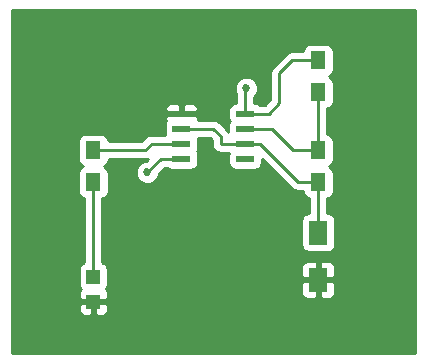
<source format=gtl>
G04 #@! TF.FileFunction,Copper,L1,Top,Signal*
%FSLAX46Y46*%
G04 Gerber Fmt 4.6, Leading zero omitted, Abs format (unit mm)*
G04 Created by KiCad (PCBNEW 4.0.2-stable) date 5/18/2016 9:32:54 PM*
%MOMM*%
G01*
G04 APERTURE LIST*
%ADD10C,0.100000*%
%ADD11R,1.600000X2.000000*%
%ADD12R,1.198880X1.198880*%
%ADD13R,1.300000X1.500000*%
%ADD14R,1.550000X0.600000*%
%ADD15C,0.685800*%
%ADD16C,0.254000*%
G04 APERTURE END LIST*
D10*
D11*
X161290000Y-135160000D03*
X161290000Y-139160000D03*
D12*
X142240000Y-138904980D03*
X142240000Y-141003020D03*
D13*
X161290000Y-120570000D03*
X161290000Y-123270000D03*
X161290000Y-128190000D03*
X161290000Y-130890000D03*
X142240000Y-128190000D03*
X142240000Y-130890000D03*
D14*
X149700000Y-125095000D03*
X149700000Y-126365000D03*
X149700000Y-127635000D03*
X149700000Y-128905000D03*
X155100000Y-128905000D03*
X155100000Y-127635000D03*
X155100000Y-126365000D03*
X155100000Y-125095000D03*
D15*
X152400000Y-134620000D03*
X146812000Y-130048000D03*
X155194000Y-122936000D03*
D16*
X149700000Y-126365000D02*
X152400000Y-126365000D01*
X153035000Y-127635000D02*
X155100000Y-127635000D01*
X153035000Y-127000000D02*
X153035000Y-127635000D01*
X152400000Y-126365000D02*
X153035000Y-127000000D01*
X161290000Y-130890000D02*
X161290000Y-135160000D01*
X155100000Y-127635000D02*
X156337000Y-127635000D01*
X159592000Y-130890000D02*
X161290000Y-130890000D01*
X156337000Y-127635000D02*
X159592000Y-130890000D01*
X142240000Y-130890000D02*
X142240000Y-138904980D01*
X147955000Y-128905000D02*
X146812000Y-130048000D01*
X149700000Y-128905000D02*
X147955000Y-128905000D01*
X155100000Y-125095000D02*
X155100000Y-123030000D01*
X155100000Y-123030000D02*
X155194000Y-122936000D01*
X155100000Y-125095000D02*
X157099000Y-125095000D01*
X159084000Y-120570000D02*
X161290000Y-120570000D01*
X157988000Y-121666000D02*
X159084000Y-120570000D01*
X157988000Y-124206000D02*
X157988000Y-121666000D01*
X157099000Y-125095000D02*
X157988000Y-124206000D01*
X155100000Y-126365000D02*
X157353000Y-126365000D01*
X159178000Y-128190000D02*
X161290000Y-128190000D01*
X157353000Y-126365000D02*
X159178000Y-128190000D01*
X161290000Y-123270000D02*
X161290000Y-128190000D01*
X142240000Y-128190000D02*
X146638000Y-128190000D01*
X147193000Y-127635000D02*
X149700000Y-127635000D01*
X146638000Y-128190000D02*
X147193000Y-127635000D01*
G36*
X169470000Y-145340000D02*
X135330000Y-145340000D01*
X135330000Y-141288770D01*
X141005560Y-141288770D01*
X141005560Y-141728769D01*
X141102233Y-141962158D01*
X141280861Y-142140787D01*
X141514250Y-142237460D01*
X141954250Y-142237460D01*
X142113000Y-142078710D01*
X142113000Y-141130020D01*
X142367000Y-141130020D01*
X142367000Y-142078710D01*
X142525750Y-142237460D01*
X142965750Y-142237460D01*
X143199139Y-142140787D01*
X143377767Y-141962158D01*
X143474440Y-141728769D01*
X143474440Y-141288770D01*
X143315690Y-141130020D01*
X142367000Y-141130020D01*
X142113000Y-141130020D01*
X141164310Y-141130020D01*
X141005560Y-141288770D01*
X135330000Y-141288770D01*
X135330000Y-127440000D01*
X140942560Y-127440000D01*
X140942560Y-128940000D01*
X140986838Y-129175317D01*
X141125910Y-129391441D01*
X141338110Y-129536431D01*
X141351197Y-129539081D01*
X141138559Y-129675910D01*
X140993569Y-129888110D01*
X140942560Y-130140000D01*
X140942560Y-131640000D01*
X140986838Y-131875317D01*
X141125910Y-132091441D01*
X141338110Y-132236431D01*
X141478000Y-132264759D01*
X141478000Y-137688688D01*
X141405243Y-137702378D01*
X141189119Y-137841450D01*
X141044129Y-138053650D01*
X140993120Y-138305540D01*
X140993120Y-139504420D01*
X141037398Y-139739737D01*
X141176470Y-139955861D01*
X141184659Y-139961456D01*
X141102233Y-140043882D01*
X141005560Y-140277271D01*
X141005560Y-140717270D01*
X141164310Y-140876020D01*
X142113000Y-140876020D01*
X142113000Y-140856020D01*
X142367000Y-140856020D01*
X142367000Y-140876020D01*
X143315690Y-140876020D01*
X143474440Y-140717270D01*
X143474440Y-140277271D01*
X143377767Y-140043882D01*
X143295555Y-139961669D01*
X143435871Y-139756310D01*
X143486880Y-139504420D01*
X143486880Y-139445750D01*
X159855000Y-139445750D01*
X159855000Y-140286309D01*
X159951673Y-140519698D01*
X160130301Y-140698327D01*
X160363690Y-140795000D01*
X161004250Y-140795000D01*
X161163000Y-140636250D01*
X161163000Y-139287000D01*
X161417000Y-139287000D01*
X161417000Y-140636250D01*
X161575750Y-140795000D01*
X162216310Y-140795000D01*
X162449699Y-140698327D01*
X162628327Y-140519698D01*
X162725000Y-140286309D01*
X162725000Y-139445750D01*
X162566250Y-139287000D01*
X161417000Y-139287000D01*
X161163000Y-139287000D01*
X160013750Y-139287000D01*
X159855000Y-139445750D01*
X143486880Y-139445750D01*
X143486880Y-138305540D01*
X143442602Y-138070223D01*
X143419095Y-138033691D01*
X159855000Y-138033691D01*
X159855000Y-138874250D01*
X160013750Y-139033000D01*
X161163000Y-139033000D01*
X161163000Y-137683750D01*
X161417000Y-137683750D01*
X161417000Y-139033000D01*
X162566250Y-139033000D01*
X162725000Y-138874250D01*
X162725000Y-138033691D01*
X162628327Y-137800302D01*
X162449699Y-137621673D01*
X162216310Y-137525000D01*
X161575750Y-137525000D01*
X161417000Y-137683750D01*
X161163000Y-137683750D01*
X161004250Y-137525000D01*
X160363690Y-137525000D01*
X160130301Y-137621673D01*
X159951673Y-137800302D01*
X159855000Y-138033691D01*
X143419095Y-138033691D01*
X143303530Y-137854099D01*
X143091330Y-137709109D01*
X143002000Y-137691019D01*
X143002000Y-132266366D01*
X143125317Y-132243162D01*
X143341441Y-132104090D01*
X143486431Y-131891890D01*
X143537440Y-131640000D01*
X143537440Y-130140000D01*
X143493162Y-129904683D01*
X143354090Y-129688559D01*
X143141890Y-129543569D01*
X143128803Y-129540919D01*
X143341441Y-129404090D01*
X143486431Y-129191890D01*
X143535010Y-128952000D01*
X146638000Y-128952000D01*
X146878136Y-128904234D01*
X146712357Y-129070013D01*
X146618337Y-129069931D01*
X146258788Y-129218493D01*
X145983460Y-129493341D01*
X145834270Y-129852630D01*
X145833931Y-130241663D01*
X145982493Y-130601212D01*
X146257341Y-130876540D01*
X146616630Y-131025730D01*
X147005663Y-131026069D01*
X147365212Y-130877507D01*
X147640540Y-130602659D01*
X147789730Y-130243370D01*
X147789813Y-130147817D01*
X148270630Y-129667000D01*
X148476364Y-129667000D01*
X148673110Y-129801431D01*
X148925000Y-129852440D01*
X150475000Y-129852440D01*
X150710317Y-129808162D01*
X150926441Y-129669090D01*
X151071431Y-129456890D01*
X151122440Y-129205000D01*
X151122440Y-128605000D01*
X151078162Y-128369683D01*
X151014322Y-128270472D01*
X151071431Y-128186890D01*
X151122440Y-127935000D01*
X151122440Y-127335000D01*
X151083302Y-127127000D01*
X152084370Y-127127000D01*
X152273000Y-127315631D01*
X152273000Y-127635000D01*
X152331004Y-127926605D01*
X152496185Y-128173815D01*
X152743395Y-128338996D01*
X153035000Y-128397000D01*
X153719681Y-128397000D01*
X153677560Y-128605000D01*
X153677560Y-129205000D01*
X153721838Y-129440317D01*
X153860910Y-129656441D01*
X154073110Y-129801431D01*
X154325000Y-129852440D01*
X155875000Y-129852440D01*
X156110317Y-129808162D01*
X156326441Y-129669090D01*
X156471431Y-129456890D01*
X156522440Y-129205000D01*
X156522440Y-128898070D01*
X159053185Y-131428815D01*
X159300395Y-131593996D01*
X159592000Y-131652000D01*
X159994818Y-131652000D01*
X160036838Y-131875317D01*
X160175910Y-132091441D01*
X160388110Y-132236431D01*
X160528000Y-132264759D01*
X160528000Y-133512560D01*
X160490000Y-133512560D01*
X160254683Y-133556838D01*
X160038559Y-133695910D01*
X159893569Y-133908110D01*
X159842560Y-134160000D01*
X159842560Y-136160000D01*
X159886838Y-136395317D01*
X160025910Y-136611441D01*
X160238110Y-136756431D01*
X160490000Y-136807440D01*
X162090000Y-136807440D01*
X162325317Y-136763162D01*
X162541441Y-136624090D01*
X162686431Y-136411890D01*
X162737440Y-136160000D01*
X162737440Y-134160000D01*
X162693162Y-133924683D01*
X162554090Y-133708559D01*
X162341890Y-133563569D01*
X162090000Y-133512560D01*
X162052000Y-133512560D01*
X162052000Y-132266366D01*
X162175317Y-132243162D01*
X162391441Y-132104090D01*
X162536431Y-131891890D01*
X162587440Y-131640000D01*
X162587440Y-130140000D01*
X162543162Y-129904683D01*
X162404090Y-129688559D01*
X162191890Y-129543569D01*
X162178803Y-129540919D01*
X162391441Y-129404090D01*
X162536431Y-129191890D01*
X162587440Y-128940000D01*
X162587440Y-127440000D01*
X162543162Y-127204683D01*
X162404090Y-126988559D01*
X162191890Y-126843569D01*
X162052000Y-126815241D01*
X162052000Y-124646366D01*
X162175317Y-124623162D01*
X162391441Y-124484090D01*
X162536431Y-124271890D01*
X162587440Y-124020000D01*
X162587440Y-122520000D01*
X162543162Y-122284683D01*
X162404090Y-122068559D01*
X162191890Y-121923569D01*
X162178803Y-121920919D01*
X162391441Y-121784090D01*
X162536431Y-121571890D01*
X162587440Y-121320000D01*
X162587440Y-119820000D01*
X162543162Y-119584683D01*
X162404090Y-119368559D01*
X162191890Y-119223569D01*
X161940000Y-119172560D01*
X160640000Y-119172560D01*
X160404683Y-119216838D01*
X160188559Y-119355910D01*
X160043569Y-119568110D01*
X159994990Y-119808000D01*
X159084000Y-119808000D01*
X158792395Y-119866004D01*
X158545185Y-120031185D01*
X157449185Y-121127185D01*
X157284004Y-121374395D01*
X157226000Y-121666000D01*
X157226000Y-123890370D01*
X156783370Y-124333000D01*
X156323636Y-124333000D01*
X156126890Y-124198569D01*
X155875000Y-124147560D01*
X155862000Y-124147560D01*
X155862000Y-123650919D01*
X156022540Y-123490659D01*
X156171730Y-123131370D01*
X156172069Y-122742337D01*
X156023507Y-122382788D01*
X155748659Y-122107460D01*
X155389370Y-121958270D01*
X155000337Y-121957931D01*
X154640788Y-122106493D01*
X154365460Y-122381341D01*
X154216270Y-122740630D01*
X154215931Y-123129663D01*
X154338000Y-123425094D01*
X154338000Y-124147560D01*
X154325000Y-124147560D01*
X154089683Y-124191838D01*
X153873559Y-124330910D01*
X153728569Y-124543110D01*
X153677560Y-124795000D01*
X153677560Y-125395000D01*
X153721838Y-125630317D01*
X153785678Y-125729528D01*
X153728569Y-125813110D01*
X153677560Y-126065000D01*
X153677560Y-126616450D01*
X153672834Y-126609377D01*
X153573816Y-126461185D01*
X152938815Y-125826185D01*
X152831829Y-125754699D01*
X152691605Y-125661004D01*
X152400000Y-125603000D01*
X151076163Y-125603000D01*
X151110000Y-125521310D01*
X151110000Y-125380750D01*
X150951250Y-125222000D01*
X149827000Y-125222000D01*
X149827000Y-125242000D01*
X149573000Y-125242000D01*
X149573000Y-125222000D01*
X148448750Y-125222000D01*
X148290000Y-125380750D01*
X148290000Y-125521310D01*
X148379806Y-125738122D01*
X148328569Y-125813110D01*
X148277560Y-126065000D01*
X148277560Y-126665000D01*
X148316698Y-126873000D01*
X147193000Y-126873000D01*
X146901396Y-126931003D01*
X146654185Y-127096184D01*
X146322370Y-127428000D01*
X143535182Y-127428000D01*
X143493162Y-127204683D01*
X143354090Y-126988559D01*
X143141890Y-126843569D01*
X142890000Y-126792560D01*
X141590000Y-126792560D01*
X141354683Y-126836838D01*
X141138559Y-126975910D01*
X140993569Y-127188110D01*
X140942560Y-127440000D01*
X135330000Y-127440000D01*
X135330000Y-124668690D01*
X148290000Y-124668690D01*
X148290000Y-124809250D01*
X148448750Y-124968000D01*
X149573000Y-124968000D01*
X149573000Y-124318750D01*
X149827000Y-124318750D01*
X149827000Y-124968000D01*
X150951250Y-124968000D01*
X151110000Y-124809250D01*
X151110000Y-124668690D01*
X151013327Y-124435301D01*
X150834698Y-124256673D01*
X150601309Y-124160000D01*
X149985750Y-124160000D01*
X149827000Y-124318750D01*
X149573000Y-124318750D01*
X149414250Y-124160000D01*
X148798691Y-124160000D01*
X148565302Y-124256673D01*
X148386673Y-124435301D01*
X148290000Y-124668690D01*
X135330000Y-124668690D01*
X135330000Y-116280000D01*
X169470000Y-116280000D01*
X169470000Y-145340000D01*
X169470000Y-145340000D01*
G37*
X169470000Y-145340000D02*
X135330000Y-145340000D01*
X135330000Y-141288770D01*
X141005560Y-141288770D01*
X141005560Y-141728769D01*
X141102233Y-141962158D01*
X141280861Y-142140787D01*
X141514250Y-142237460D01*
X141954250Y-142237460D01*
X142113000Y-142078710D01*
X142113000Y-141130020D01*
X142367000Y-141130020D01*
X142367000Y-142078710D01*
X142525750Y-142237460D01*
X142965750Y-142237460D01*
X143199139Y-142140787D01*
X143377767Y-141962158D01*
X143474440Y-141728769D01*
X143474440Y-141288770D01*
X143315690Y-141130020D01*
X142367000Y-141130020D01*
X142113000Y-141130020D01*
X141164310Y-141130020D01*
X141005560Y-141288770D01*
X135330000Y-141288770D01*
X135330000Y-127440000D01*
X140942560Y-127440000D01*
X140942560Y-128940000D01*
X140986838Y-129175317D01*
X141125910Y-129391441D01*
X141338110Y-129536431D01*
X141351197Y-129539081D01*
X141138559Y-129675910D01*
X140993569Y-129888110D01*
X140942560Y-130140000D01*
X140942560Y-131640000D01*
X140986838Y-131875317D01*
X141125910Y-132091441D01*
X141338110Y-132236431D01*
X141478000Y-132264759D01*
X141478000Y-137688688D01*
X141405243Y-137702378D01*
X141189119Y-137841450D01*
X141044129Y-138053650D01*
X140993120Y-138305540D01*
X140993120Y-139504420D01*
X141037398Y-139739737D01*
X141176470Y-139955861D01*
X141184659Y-139961456D01*
X141102233Y-140043882D01*
X141005560Y-140277271D01*
X141005560Y-140717270D01*
X141164310Y-140876020D01*
X142113000Y-140876020D01*
X142113000Y-140856020D01*
X142367000Y-140856020D01*
X142367000Y-140876020D01*
X143315690Y-140876020D01*
X143474440Y-140717270D01*
X143474440Y-140277271D01*
X143377767Y-140043882D01*
X143295555Y-139961669D01*
X143435871Y-139756310D01*
X143486880Y-139504420D01*
X143486880Y-139445750D01*
X159855000Y-139445750D01*
X159855000Y-140286309D01*
X159951673Y-140519698D01*
X160130301Y-140698327D01*
X160363690Y-140795000D01*
X161004250Y-140795000D01*
X161163000Y-140636250D01*
X161163000Y-139287000D01*
X161417000Y-139287000D01*
X161417000Y-140636250D01*
X161575750Y-140795000D01*
X162216310Y-140795000D01*
X162449699Y-140698327D01*
X162628327Y-140519698D01*
X162725000Y-140286309D01*
X162725000Y-139445750D01*
X162566250Y-139287000D01*
X161417000Y-139287000D01*
X161163000Y-139287000D01*
X160013750Y-139287000D01*
X159855000Y-139445750D01*
X143486880Y-139445750D01*
X143486880Y-138305540D01*
X143442602Y-138070223D01*
X143419095Y-138033691D01*
X159855000Y-138033691D01*
X159855000Y-138874250D01*
X160013750Y-139033000D01*
X161163000Y-139033000D01*
X161163000Y-137683750D01*
X161417000Y-137683750D01*
X161417000Y-139033000D01*
X162566250Y-139033000D01*
X162725000Y-138874250D01*
X162725000Y-138033691D01*
X162628327Y-137800302D01*
X162449699Y-137621673D01*
X162216310Y-137525000D01*
X161575750Y-137525000D01*
X161417000Y-137683750D01*
X161163000Y-137683750D01*
X161004250Y-137525000D01*
X160363690Y-137525000D01*
X160130301Y-137621673D01*
X159951673Y-137800302D01*
X159855000Y-138033691D01*
X143419095Y-138033691D01*
X143303530Y-137854099D01*
X143091330Y-137709109D01*
X143002000Y-137691019D01*
X143002000Y-132266366D01*
X143125317Y-132243162D01*
X143341441Y-132104090D01*
X143486431Y-131891890D01*
X143537440Y-131640000D01*
X143537440Y-130140000D01*
X143493162Y-129904683D01*
X143354090Y-129688559D01*
X143141890Y-129543569D01*
X143128803Y-129540919D01*
X143341441Y-129404090D01*
X143486431Y-129191890D01*
X143535010Y-128952000D01*
X146638000Y-128952000D01*
X146878136Y-128904234D01*
X146712357Y-129070013D01*
X146618337Y-129069931D01*
X146258788Y-129218493D01*
X145983460Y-129493341D01*
X145834270Y-129852630D01*
X145833931Y-130241663D01*
X145982493Y-130601212D01*
X146257341Y-130876540D01*
X146616630Y-131025730D01*
X147005663Y-131026069D01*
X147365212Y-130877507D01*
X147640540Y-130602659D01*
X147789730Y-130243370D01*
X147789813Y-130147817D01*
X148270630Y-129667000D01*
X148476364Y-129667000D01*
X148673110Y-129801431D01*
X148925000Y-129852440D01*
X150475000Y-129852440D01*
X150710317Y-129808162D01*
X150926441Y-129669090D01*
X151071431Y-129456890D01*
X151122440Y-129205000D01*
X151122440Y-128605000D01*
X151078162Y-128369683D01*
X151014322Y-128270472D01*
X151071431Y-128186890D01*
X151122440Y-127935000D01*
X151122440Y-127335000D01*
X151083302Y-127127000D01*
X152084370Y-127127000D01*
X152273000Y-127315631D01*
X152273000Y-127635000D01*
X152331004Y-127926605D01*
X152496185Y-128173815D01*
X152743395Y-128338996D01*
X153035000Y-128397000D01*
X153719681Y-128397000D01*
X153677560Y-128605000D01*
X153677560Y-129205000D01*
X153721838Y-129440317D01*
X153860910Y-129656441D01*
X154073110Y-129801431D01*
X154325000Y-129852440D01*
X155875000Y-129852440D01*
X156110317Y-129808162D01*
X156326441Y-129669090D01*
X156471431Y-129456890D01*
X156522440Y-129205000D01*
X156522440Y-128898070D01*
X159053185Y-131428815D01*
X159300395Y-131593996D01*
X159592000Y-131652000D01*
X159994818Y-131652000D01*
X160036838Y-131875317D01*
X160175910Y-132091441D01*
X160388110Y-132236431D01*
X160528000Y-132264759D01*
X160528000Y-133512560D01*
X160490000Y-133512560D01*
X160254683Y-133556838D01*
X160038559Y-133695910D01*
X159893569Y-133908110D01*
X159842560Y-134160000D01*
X159842560Y-136160000D01*
X159886838Y-136395317D01*
X160025910Y-136611441D01*
X160238110Y-136756431D01*
X160490000Y-136807440D01*
X162090000Y-136807440D01*
X162325317Y-136763162D01*
X162541441Y-136624090D01*
X162686431Y-136411890D01*
X162737440Y-136160000D01*
X162737440Y-134160000D01*
X162693162Y-133924683D01*
X162554090Y-133708559D01*
X162341890Y-133563569D01*
X162090000Y-133512560D01*
X162052000Y-133512560D01*
X162052000Y-132266366D01*
X162175317Y-132243162D01*
X162391441Y-132104090D01*
X162536431Y-131891890D01*
X162587440Y-131640000D01*
X162587440Y-130140000D01*
X162543162Y-129904683D01*
X162404090Y-129688559D01*
X162191890Y-129543569D01*
X162178803Y-129540919D01*
X162391441Y-129404090D01*
X162536431Y-129191890D01*
X162587440Y-128940000D01*
X162587440Y-127440000D01*
X162543162Y-127204683D01*
X162404090Y-126988559D01*
X162191890Y-126843569D01*
X162052000Y-126815241D01*
X162052000Y-124646366D01*
X162175317Y-124623162D01*
X162391441Y-124484090D01*
X162536431Y-124271890D01*
X162587440Y-124020000D01*
X162587440Y-122520000D01*
X162543162Y-122284683D01*
X162404090Y-122068559D01*
X162191890Y-121923569D01*
X162178803Y-121920919D01*
X162391441Y-121784090D01*
X162536431Y-121571890D01*
X162587440Y-121320000D01*
X162587440Y-119820000D01*
X162543162Y-119584683D01*
X162404090Y-119368559D01*
X162191890Y-119223569D01*
X161940000Y-119172560D01*
X160640000Y-119172560D01*
X160404683Y-119216838D01*
X160188559Y-119355910D01*
X160043569Y-119568110D01*
X159994990Y-119808000D01*
X159084000Y-119808000D01*
X158792395Y-119866004D01*
X158545185Y-120031185D01*
X157449185Y-121127185D01*
X157284004Y-121374395D01*
X157226000Y-121666000D01*
X157226000Y-123890370D01*
X156783370Y-124333000D01*
X156323636Y-124333000D01*
X156126890Y-124198569D01*
X155875000Y-124147560D01*
X155862000Y-124147560D01*
X155862000Y-123650919D01*
X156022540Y-123490659D01*
X156171730Y-123131370D01*
X156172069Y-122742337D01*
X156023507Y-122382788D01*
X155748659Y-122107460D01*
X155389370Y-121958270D01*
X155000337Y-121957931D01*
X154640788Y-122106493D01*
X154365460Y-122381341D01*
X154216270Y-122740630D01*
X154215931Y-123129663D01*
X154338000Y-123425094D01*
X154338000Y-124147560D01*
X154325000Y-124147560D01*
X154089683Y-124191838D01*
X153873559Y-124330910D01*
X153728569Y-124543110D01*
X153677560Y-124795000D01*
X153677560Y-125395000D01*
X153721838Y-125630317D01*
X153785678Y-125729528D01*
X153728569Y-125813110D01*
X153677560Y-126065000D01*
X153677560Y-126616450D01*
X153672834Y-126609377D01*
X153573816Y-126461185D01*
X152938815Y-125826185D01*
X152831829Y-125754699D01*
X152691605Y-125661004D01*
X152400000Y-125603000D01*
X151076163Y-125603000D01*
X151110000Y-125521310D01*
X151110000Y-125380750D01*
X150951250Y-125222000D01*
X149827000Y-125222000D01*
X149827000Y-125242000D01*
X149573000Y-125242000D01*
X149573000Y-125222000D01*
X148448750Y-125222000D01*
X148290000Y-125380750D01*
X148290000Y-125521310D01*
X148379806Y-125738122D01*
X148328569Y-125813110D01*
X148277560Y-126065000D01*
X148277560Y-126665000D01*
X148316698Y-126873000D01*
X147193000Y-126873000D01*
X146901396Y-126931003D01*
X146654185Y-127096184D01*
X146322370Y-127428000D01*
X143535182Y-127428000D01*
X143493162Y-127204683D01*
X143354090Y-126988559D01*
X143141890Y-126843569D01*
X142890000Y-126792560D01*
X141590000Y-126792560D01*
X141354683Y-126836838D01*
X141138559Y-126975910D01*
X140993569Y-127188110D01*
X140942560Y-127440000D01*
X135330000Y-127440000D01*
X135330000Y-124668690D01*
X148290000Y-124668690D01*
X148290000Y-124809250D01*
X148448750Y-124968000D01*
X149573000Y-124968000D01*
X149573000Y-124318750D01*
X149827000Y-124318750D01*
X149827000Y-124968000D01*
X150951250Y-124968000D01*
X151110000Y-124809250D01*
X151110000Y-124668690D01*
X151013327Y-124435301D01*
X150834698Y-124256673D01*
X150601309Y-124160000D01*
X149985750Y-124160000D01*
X149827000Y-124318750D01*
X149573000Y-124318750D01*
X149414250Y-124160000D01*
X148798691Y-124160000D01*
X148565302Y-124256673D01*
X148386673Y-124435301D01*
X148290000Y-124668690D01*
X135330000Y-124668690D01*
X135330000Y-116280000D01*
X169470000Y-116280000D01*
X169470000Y-145340000D01*
M02*

</source>
